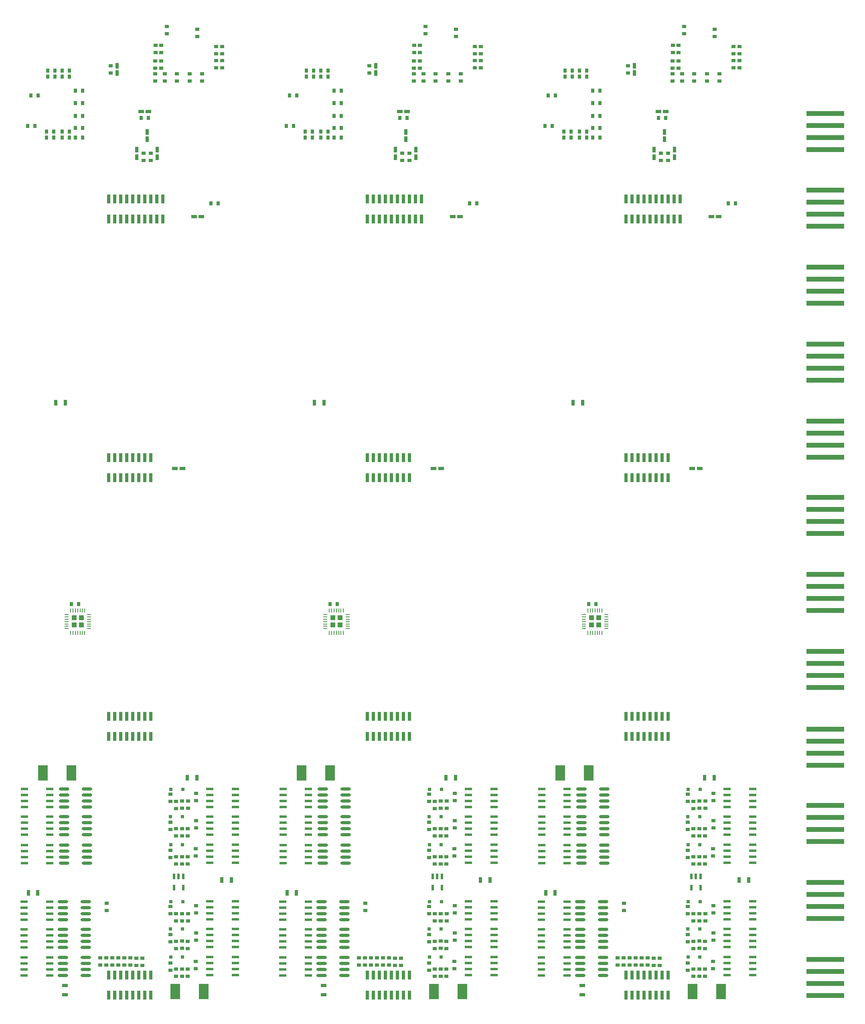
<source format=gbp>
%FSLAX23Y23*%
%MOIN*%
G70*
G01*
G75*
G04 Layer_Color=128*
%ADD10C,0.018*%
%ADD11R,0.031X0.037*%
%ADD12R,0.037X0.031*%
%ADD13C,0.010*%
%ADD14R,0.051X0.031*%
%ADD15O,0.087X0.024*%
%ADD16R,0.029X0.073*%
%ADD17R,0.039X0.039*%
%ADD18R,0.033X0.014*%
%ADD19R,0.033X0.014*%
G04:AMPARAMS|DCode=20|XSize=228mil|YSize=83mil|CornerRadius=21mil|HoleSize=0mil|Usage=FLASHONLY|Rotation=180.000|XOffset=0mil|YOffset=0mil|HoleType=Round|Shape=RoundedRectangle|*
%AMROUNDEDRECTD20*
21,1,0.228,0.041,0,0,180.0*
21,1,0.187,0.083,0,0,180.0*
1,1,0.041,-0.094,0.021*
1,1,0.041,0.094,0.021*
1,1,0.041,0.094,-0.021*
1,1,0.041,-0.094,-0.021*
%
%ADD20ROUNDEDRECTD20*%
%ADD21R,0.079X0.063*%
%ADD22R,0.110X0.055*%
%ADD23R,0.122X0.118*%
%ADD24O,0.014X0.065*%
%ADD25O,0.069X0.012*%
%ADD26O,0.012X0.069*%
%ADD27R,0.031X0.051*%
%ADD28O,0.022X0.071*%
%ADD29O,0.071X0.022*%
%ADD30R,0.039X0.039*%
%ADD31R,0.217X0.079*%
%ADD32C,0.012*%
%ADD33C,0.020*%
%ADD34C,0.025*%
%ADD35C,0.008*%
%ADD36C,0.035*%
%ADD37R,0.026X0.033*%
%ADD38R,0.045X0.024*%
%ADD39R,0.024X0.045*%
%ADD40R,0.026X0.087*%
%ADD41R,0.130X0.087*%
%ADD42R,0.053X0.020*%
%ADD43R,0.014X0.020*%
%ADD44R,0.020X0.014*%
%ADD45R,0.077X0.077*%
%ADD46R,0.287X0.287*%
%ADD47C,0.015*%
%ADD48C,0.006*%
%ADD49R,0.037X0.030*%
%ADD50R,0.035X0.030*%
%ADD51R,0.030X0.035*%
%ADD52R,0.030X0.037*%
%ADD53R,0.035X0.031*%
%ADD54R,0.031X0.035*%
%ADD55R,0.089X0.020*%
%ADD56R,0.098X0.069*%
%ADD57R,0.138X0.069*%
%ADD58O,0.010X0.033*%
%ADD59O,0.033X0.010*%
%ADD60R,0.301X0.301*%
%ADD61O,0.067X0.014*%
%ADD62R,0.047X0.022*%
%ADD63O,0.063X0.014*%
%ADD64C,0.030*%
%ADD65C,0.016*%
%ADD66P,0.426X4X360.0*%
G04:AMPARAMS|DCode=67|XSize=10mil|YSize=33mil|CornerRadius=0mil|HoleSize=0mil|Usage=FLASHONLY|Rotation=315.000|XOffset=0mil|YOffset=0mil|HoleType=Round|Shape=Round|*
%AMOVALD67*
21,1,0.024,0.010,0.000,0.000,45.0*
1,1,0.010,-0.008,-0.008*
1,1,0.010,0.008,0.008*
%
%ADD67OVALD67*%

G04:AMPARAMS|DCode=68|XSize=10mil|YSize=33mil|CornerRadius=0mil|HoleSize=0mil|Usage=FLASHONLY|Rotation=45.000|XOffset=0mil|YOffset=0mil|HoleType=Round|Shape=Round|*
%AMOVALD68*
21,1,0.024,0.010,0.000,0.000,135.0*
1,1,0.010,0.008,-0.008*
1,1,0.010,-0.008,0.008*
%
%ADD68OVALD68*%

G04:AMPARAMS|DCode=69|XSize=37mil|YSize=31mil|CornerRadius=0mil|HoleSize=0mil|Usage=FLASHONLY|Rotation=45.000|XOffset=0mil|YOffset=0mil|HoleType=Round|Shape=Rectangle|*
%AMROTATEDRECTD69*
4,1,4,-0.002,-0.024,-0.024,-0.002,0.002,0.024,0.024,0.002,-0.002,-0.024,0.0*
%
%ADD69ROTATEDRECTD69*%

G04:AMPARAMS|DCode=70|XSize=37mil|YSize=31mil|CornerRadius=0mil|HoleSize=0mil|Usage=FLASHONLY|Rotation=135.000|XOffset=0mil|YOffset=0mil|HoleType=Round|Shape=Rectangle|*
%AMROTATEDRECTD70*
4,1,4,0.024,-0.002,0.002,-0.024,-0.024,0.002,-0.002,0.024,0.024,-0.002,0.0*
%
%ADD70ROTATEDRECTD70*%

%ADD71R,0.059X0.024*%
%ADD72R,0.031X0.031*%
%ADD73R,0.091X0.142*%
%ADD74C,0.018*%
%ADD75C,0.050*%
%ADD76C,0.025*%
%ADD77C,0.035*%
%ADD78C,0.096*%
%ADD79R,0.059X0.059*%
%ADD80C,0.059*%
%ADD81C,0.050*%
%ADD82C,0.045*%
%ADD83R,0.059X0.059*%
%ADD84C,0.060*%
%ADD85R,0.060X0.060*%
%ADD86R,0.060X0.060*%
%ADD87C,0.046*%
%ADD88C,0.040*%
%ADD89C,0.030*%
%ADD90C,0.039*%
%ADD91C,0.032*%
%ADD92R,6.414X0.076*%
%ADD93R,6.401X0.076*%
%ADD94R,6.406X0.061*%
%ADD95R,0.098X7.393*%
%ADD96R,0.315X0.039*%
%ADD97R,0.047X0.026*%
%ADD98C,0.024*%
%ADD99C,0.040*%
%ADD100R,0.201X0.018*%
%ADD101R,0.218X0.083*%
%ADD102R,0.026X0.047*%
%ADD103R,0.126X0.126*%
%ADD104R,0.012X0.037*%
%ADD105R,0.037X0.012*%
%ADD106R,0.022X0.047*%
%ADD107C,0.010*%
%ADD108C,0.008*%
%ADD109C,0.005*%
%ADD110C,0.020*%
%ADD111C,0.004*%
%ADD112C,0.006*%
%ADD113R,0.012X0.012*%
%ADD114R,0.014X0.014*%
%ADD115P,0.019X4X360.0*%
%ADD116R,0.028X0.157*%
%ADD117R,0.067X0.067*%
G04:AMPARAMS|DCode=118|XSize=67mil|YSize=67mil|CornerRadius=0mil|HoleSize=0mil|Usage=FLASHONLY|Rotation=315.000|XOffset=0mil|YOffset=0mil|HoleType=Round|Shape=Rectangle|*
%AMROTATEDRECTD118*
4,1,4,-0.047,-0.000,0.000,0.047,0.047,0.000,-0.000,-0.047,-0.047,-0.000,0.0*
%
%ADD118ROTATEDRECTD118*%

%ADD119P,0.095X4X360.0*%
G04:AMPARAMS|DCode=120|XSize=67mil|YSize=67mil|CornerRadius=0mil|HoleSize=0mil|Usage=FLASHONLY|Rotation=315.000|XOffset=0mil|YOffset=0mil|HoleType=Round|Shape=Rectangle|*
%AMROTATEDRECTD120*
4,1,4,-0.047,0.000,-0.000,0.047,0.047,-0.000,0.000,-0.047,-0.047,0.000,0.0*
%
%ADD120ROTATEDRECTD120*%

%ADD121P,0.095X4X360.0*%
%ADD122R,0.033X0.030*%
%ADD123R,0.030X0.033*%
%ADD124R,0.083X0.014*%
%ADD125R,0.093X0.063*%
%ADD126R,0.132X0.063*%
%ADD127O,0.008X0.032*%
%ADD128O,0.032X0.008*%
%ADD129R,0.046X0.021*%
G04:AMPARAMS|DCode=130|XSize=8mil|YSize=32mil|CornerRadius=0mil|HoleSize=0mil|Usage=FLASHONLY|Rotation=315.000|XOffset=0mil|YOffset=0mil|HoleType=Round|Shape=Round|*
%AMOVALD130*
21,1,0.024,0.008,0.000,0.000,45.0*
1,1,0.008,-0.008,-0.008*
1,1,0.008,0.008,0.008*
%
%ADD130OVALD130*%

G04:AMPARAMS|DCode=131|XSize=8mil|YSize=32mil|CornerRadius=0mil|HoleSize=0mil|Usage=FLASHONLY|Rotation=45.000|XOffset=0mil|YOffset=0mil|HoleType=Round|Shape=Round|*
%AMOVALD131*
21,1,0.024,0.008,0.000,0.000,135.0*
1,1,0.008,0.008,-0.008*
1,1,0.008,-0.008,0.008*
%
%ADD131OVALD131*%

%ADD132R,0.030X0.030*%
%ADD133R,0.079X0.130*%
%ADD134R,0.085X0.145*%
%ADD135R,0.130X0.090*%
%ADD136C,0.026*%
%ADD137O,0.095X0.032*%
%ADD138R,0.037X0.081*%
%ADD139R,0.047X0.047*%
%ADD140R,0.041X0.022*%
%ADD141R,0.041X0.022*%
G04:AMPARAMS|DCode=142|XSize=236mil|YSize=91mil|CornerRadius=23mil|HoleSize=0mil|Usage=FLASHONLY|Rotation=180.000|XOffset=0mil|YOffset=0mil|HoleType=Round|Shape=RoundedRectangle|*
%AMROUNDEDRECTD142*
21,1,0.236,0.045,0,0,180.0*
21,1,0.191,0.091,0,0,180.0*
1,1,0.045,-0.096,0.023*
1,1,0.045,0.096,0.023*
1,1,0.045,0.096,-0.023*
1,1,0.045,-0.096,-0.023*
%
%ADD142ROUNDEDRECTD142*%
%ADD143R,0.083X0.067*%
%ADD144R,0.130X0.126*%
%ADD145O,0.022X0.073*%
%ADD146O,0.077X0.020*%
%ADD147O,0.020X0.077*%
%ADD148O,0.030X0.079*%
%ADD149O,0.079X0.030*%
%ADD150R,0.047X0.047*%
%ADD151R,0.225X0.087*%
%ADD152R,0.034X0.041*%
%ADD153R,0.053X0.032*%
%ADD154R,0.032X0.053*%
%ADD155R,0.034X0.095*%
%ADD156R,0.138X0.095*%
%ADD157R,0.061X0.028*%
%ADD158R,0.022X0.028*%
%ADD159R,0.028X0.022*%
%ADD160R,0.081X0.081*%
%ADD161R,0.295X0.295*%
%ADD162R,0.091X0.022*%
%ADD163O,0.011X0.035*%
%ADD164O,0.035X0.011*%
%ADD165R,0.305X0.305*%
%ADD166O,0.075X0.022*%
%ADD167O,0.071X0.022*%
%ADD168P,0.432X4X360.0*%
G04:AMPARAMS|DCode=169|XSize=11mil|YSize=35mil|CornerRadius=0mil|HoleSize=0mil|Usage=FLASHONLY|Rotation=315.000|XOffset=0mil|YOffset=0mil|HoleType=Round|Shape=Round|*
%AMOVALD169*
21,1,0.024,0.011,0.000,0.000,45.0*
1,1,0.011,-0.008,-0.008*
1,1,0.011,0.008,0.008*
%
%ADD169OVALD169*%

G04:AMPARAMS|DCode=170|XSize=11mil|YSize=35mil|CornerRadius=0mil|HoleSize=0mil|Usage=FLASHONLY|Rotation=45.000|XOffset=0mil|YOffset=0mil|HoleType=Round|Shape=Round|*
%AMOVALD170*
21,1,0.024,0.011,0.000,0.000,135.0*
1,1,0.011,0.008,-0.008*
1,1,0.011,-0.008,0.008*
%
%ADD170OVALD170*%

%ADD171R,0.061X0.026*%
%ADD172R,0.033X0.033*%
%ADD173R,0.093X0.144*%
%ADD174C,0.043*%
%ADD175C,0.104*%
%ADD176R,0.067X0.067*%
%ADD177C,0.067*%
%ADD178R,0.067X0.067*%
%ADD179C,0.067*%
%ADD180R,0.067X0.067*%
%ADD181R,0.067X0.067*%
%ADD182C,0.068*%
%ADD183R,0.068X0.068*%
%ADD184R,0.068X0.068*%
%ADD185C,0.048*%
%ADD186C,0.047*%
%ADD187R,0.319X0.043*%
%ADD188R,0.055X0.034*%
%ADD189R,0.034X0.055*%
%ADD190R,0.134X0.134*%
%ADD191R,0.013X0.038*%
%ADD192R,0.038X0.013*%
%ADD193R,0.030X0.055*%
%ADD194R,0.040X0.041*%
%ADD195R,0.009X0.035*%
%ADD196R,0.035X0.009*%
D11*
X6033Y6643D02*
D03*
X5973D02*
D03*
X5455Y7353D02*
D03*
X5395D02*
D03*
X4738Y7191D02*
D03*
X4798D02*
D03*
X4537Y7541D02*
D03*
X4477D02*
D03*
X4511Y7288D02*
D03*
X4451D02*
D03*
X4907Y7370D02*
D03*
X4847D02*
D03*
X4608Y7240D02*
D03*
X4668D02*
D03*
Y7192D02*
D03*
X4608D02*
D03*
X4907Y7190D02*
D03*
X4847D02*
D03*
X4907Y7270D02*
D03*
X4847D02*
D03*
X4907Y7478D02*
D03*
X4847D02*
D03*
X4907Y7581D02*
D03*
X4847D02*
D03*
X4737Y7698D02*
D03*
X4797D02*
D03*
Y7748D02*
D03*
X4737D02*
D03*
X4619Y7698D02*
D03*
X4679D02*
D03*
Y7748D02*
D03*
X4619D02*
D03*
X4798Y7239D02*
D03*
X4738D02*
D03*
X3883Y6643D02*
D03*
X3823D02*
D03*
X3305Y7353D02*
D03*
X3245D02*
D03*
X2588Y7191D02*
D03*
X2648D02*
D03*
X2387Y7541D02*
D03*
X2327D02*
D03*
X2361Y7288D02*
D03*
X2301D02*
D03*
X2757Y7370D02*
D03*
X2697D02*
D03*
X2458Y7240D02*
D03*
X2518D02*
D03*
Y7192D02*
D03*
X2458D02*
D03*
X2757Y7190D02*
D03*
X2697D02*
D03*
X2757Y7270D02*
D03*
X2697D02*
D03*
X2757Y7478D02*
D03*
X2697D02*
D03*
X2757Y7581D02*
D03*
X2697D02*
D03*
X2587Y7698D02*
D03*
X2647D02*
D03*
Y7748D02*
D03*
X2587D02*
D03*
X2469Y7698D02*
D03*
X2529D02*
D03*
Y7748D02*
D03*
X2469D02*
D03*
X2648Y7239D02*
D03*
X2588D02*
D03*
X1733Y6643D02*
D03*
X1673D02*
D03*
X1155Y7353D02*
D03*
X1095D02*
D03*
X438Y7191D02*
D03*
X498D02*
D03*
X237Y7541D02*
D03*
X177D02*
D03*
X211Y7288D02*
D03*
X151D02*
D03*
X607Y7370D02*
D03*
X547D02*
D03*
X308Y7240D02*
D03*
X368D02*
D03*
Y7192D02*
D03*
X308D02*
D03*
X607Y7190D02*
D03*
X547D02*
D03*
X607Y7270D02*
D03*
X547D02*
D03*
X607Y7478D02*
D03*
X547D02*
D03*
X607Y7581D02*
D03*
X547D02*
D03*
X437Y7698D02*
D03*
X497D02*
D03*
Y7748D02*
D03*
X437D02*
D03*
X319Y7698D02*
D03*
X379D02*
D03*
Y7748D02*
D03*
X319D02*
D03*
X498Y7239D02*
D03*
X438D02*
D03*
D12*
X5416Y7001D02*
D03*
Y7061D02*
D03*
X5475Y7001D02*
D03*
Y7061D02*
D03*
X5141Y7786D02*
D03*
Y7726D02*
D03*
X5862Y8029D02*
D03*
Y8089D02*
D03*
X6019Y7829D02*
D03*
Y7769D02*
D03*
Y7947D02*
D03*
Y7887D02*
D03*
X5609Y8055D02*
D03*
Y8115D02*
D03*
X5561Y7958D02*
D03*
Y7898D02*
D03*
X5512Y7828D02*
D03*
Y7768D02*
D03*
X5902Y7659D02*
D03*
Y7719D02*
D03*
X5591Y7659D02*
D03*
Y7719D02*
D03*
X5511Y7659D02*
D03*
Y7719D02*
D03*
X5691Y7659D02*
D03*
Y7719D02*
D03*
X5799Y7659D02*
D03*
Y7719D02*
D03*
X6069Y7769D02*
D03*
Y7829D02*
D03*
Y7887D02*
D03*
Y7947D02*
D03*
X5513Y7898D02*
D03*
Y7958D02*
D03*
X5560Y7768D02*
D03*
Y7828D02*
D03*
X5108Y828D02*
D03*
Y768D02*
D03*
X5405Y311D02*
D03*
Y371D02*
D03*
X5355Y312D02*
D03*
Y372D02*
D03*
X5305Y313D02*
D03*
Y373D02*
D03*
X5255Y313D02*
D03*
Y373D02*
D03*
X5205Y313D02*
D03*
Y373D02*
D03*
X5155Y313D02*
D03*
Y373D02*
D03*
X5105Y313D02*
D03*
Y373D02*
D03*
X5055Y313D02*
D03*
Y373D02*
D03*
X5686Y221D02*
D03*
Y281D02*
D03*
X5851Y748D02*
D03*
Y808D02*
D03*
X5638Y739D02*
D03*
Y799D02*
D03*
X5783Y682D02*
D03*
Y742D02*
D03*
X5733Y221D02*
D03*
Y281D02*
D03*
X5685Y452D02*
D03*
Y512D02*
D03*
X5685Y1386D02*
D03*
Y1446D02*
D03*
X5686Y681D02*
D03*
Y741D02*
D03*
X5686Y1615D02*
D03*
Y1675D02*
D03*
Y1155D02*
D03*
Y1215D02*
D03*
X5851Y1682D02*
D03*
Y1742D02*
D03*
X5851Y521D02*
D03*
Y581D02*
D03*
X5851Y1455D02*
D03*
Y1515D02*
D03*
X5849Y285D02*
D03*
Y345D02*
D03*
X5849Y1219D02*
D03*
Y1279D02*
D03*
X5638Y1673D02*
D03*
Y1733D02*
D03*
X5637Y508D02*
D03*
Y568D02*
D03*
X5637Y1442D02*
D03*
Y1502D02*
D03*
X5638Y272D02*
D03*
Y332D02*
D03*
X5638Y1206D02*
D03*
Y1266D02*
D03*
X5783Y1616D02*
D03*
Y1676D02*
D03*
X5782Y452D02*
D03*
Y512D02*
D03*
X5782Y1386D02*
D03*
Y1446D02*
D03*
X5781Y221D02*
D03*
Y281D02*
D03*
X5781Y1155D02*
D03*
Y1215D02*
D03*
X5734Y453D02*
D03*
Y513D02*
D03*
X5734Y1387D02*
D03*
Y1447D02*
D03*
X5734Y682D02*
D03*
Y742D02*
D03*
X5734Y1616D02*
D03*
Y1676D02*
D03*
X5733Y1155D02*
D03*
Y1215D02*
D03*
X2958Y828D02*
D03*
Y768D02*
D03*
X3255Y311D02*
D03*
Y371D02*
D03*
X3205Y312D02*
D03*
Y372D02*
D03*
X3155Y313D02*
D03*
Y373D02*
D03*
X3105Y313D02*
D03*
Y373D02*
D03*
X3055Y313D02*
D03*
Y373D02*
D03*
X3005Y313D02*
D03*
Y373D02*
D03*
X2955Y313D02*
D03*
Y373D02*
D03*
X2905Y313D02*
D03*
Y373D02*
D03*
X3536Y221D02*
D03*
Y281D02*
D03*
X3701Y748D02*
D03*
Y808D02*
D03*
X3488Y739D02*
D03*
Y799D02*
D03*
X3633Y682D02*
D03*
Y742D02*
D03*
X3583Y221D02*
D03*
Y281D02*
D03*
X3535Y452D02*
D03*
Y512D02*
D03*
X3535Y1386D02*
D03*
Y1446D02*
D03*
X3536Y681D02*
D03*
Y741D02*
D03*
X3536Y1615D02*
D03*
Y1675D02*
D03*
Y1155D02*
D03*
Y1215D02*
D03*
X3701Y1682D02*
D03*
Y1742D02*
D03*
X3701Y521D02*
D03*
Y581D02*
D03*
X3701Y1455D02*
D03*
Y1515D02*
D03*
X3699Y285D02*
D03*
Y345D02*
D03*
X3699Y1219D02*
D03*
Y1279D02*
D03*
X3488Y1673D02*
D03*
Y1733D02*
D03*
X3487Y508D02*
D03*
Y568D02*
D03*
X3487Y1442D02*
D03*
Y1502D02*
D03*
X3488Y272D02*
D03*
Y332D02*
D03*
X3488Y1206D02*
D03*
Y1266D02*
D03*
X3633Y1616D02*
D03*
Y1676D02*
D03*
X3632Y452D02*
D03*
Y512D02*
D03*
X3632Y1386D02*
D03*
Y1446D02*
D03*
X3631Y221D02*
D03*
Y281D02*
D03*
X3631Y1155D02*
D03*
Y1215D02*
D03*
X3584Y453D02*
D03*
Y513D02*
D03*
X3584Y1387D02*
D03*
Y1447D02*
D03*
X3584Y682D02*
D03*
Y742D02*
D03*
X3584Y1616D02*
D03*
Y1676D02*
D03*
X3583Y1155D02*
D03*
Y1215D02*
D03*
X3266Y7001D02*
D03*
Y7061D02*
D03*
X3325Y7001D02*
D03*
Y7061D02*
D03*
X2991Y7786D02*
D03*
Y7726D02*
D03*
X3712Y8029D02*
D03*
Y8089D02*
D03*
X3869Y7829D02*
D03*
Y7769D02*
D03*
Y7947D02*
D03*
Y7887D02*
D03*
X3459Y8055D02*
D03*
Y8115D02*
D03*
X3411Y7958D02*
D03*
Y7898D02*
D03*
X3362Y7828D02*
D03*
Y7768D02*
D03*
X3752Y7659D02*
D03*
Y7719D02*
D03*
X3441Y7659D02*
D03*
Y7719D02*
D03*
X3361Y7659D02*
D03*
Y7719D02*
D03*
X3541Y7659D02*
D03*
Y7719D02*
D03*
X3649Y7659D02*
D03*
Y7719D02*
D03*
X3919Y7769D02*
D03*
Y7829D02*
D03*
Y7887D02*
D03*
Y7947D02*
D03*
X3363Y7898D02*
D03*
Y7958D02*
D03*
X3410Y7768D02*
D03*
Y7828D02*
D03*
X1116Y7001D02*
D03*
Y7061D02*
D03*
X1175Y7001D02*
D03*
Y7061D02*
D03*
X841Y7786D02*
D03*
Y7726D02*
D03*
X1562Y8029D02*
D03*
Y8089D02*
D03*
X1719Y7829D02*
D03*
Y7769D02*
D03*
Y7947D02*
D03*
Y7887D02*
D03*
X1309Y8055D02*
D03*
Y8115D02*
D03*
X1261Y7958D02*
D03*
Y7898D02*
D03*
X1212Y7828D02*
D03*
Y7768D02*
D03*
X1602Y7659D02*
D03*
Y7719D02*
D03*
X1291Y7659D02*
D03*
Y7719D02*
D03*
X1211Y7659D02*
D03*
Y7719D02*
D03*
X1391Y7659D02*
D03*
Y7719D02*
D03*
X1499Y7659D02*
D03*
Y7719D02*
D03*
X1769Y7769D02*
D03*
Y7829D02*
D03*
Y7887D02*
D03*
Y7947D02*
D03*
X1213Y7898D02*
D03*
Y7958D02*
D03*
X1260Y7768D02*
D03*
Y7828D02*
D03*
X808Y828D02*
D03*
Y768D02*
D03*
X1105Y311D02*
D03*
Y371D02*
D03*
X1055Y312D02*
D03*
Y372D02*
D03*
X1005Y313D02*
D03*
Y373D02*
D03*
X955Y313D02*
D03*
Y373D02*
D03*
X905Y313D02*
D03*
Y373D02*
D03*
X855Y313D02*
D03*
Y373D02*
D03*
X805Y313D02*
D03*
Y373D02*
D03*
X755Y313D02*
D03*
Y373D02*
D03*
X1386Y221D02*
D03*
Y281D02*
D03*
X1551Y748D02*
D03*
Y808D02*
D03*
X1338Y739D02*
D03*
Y799D02*
D03*
X1483Y682D02*
D03*
Y742D02*
D03*
X1433Y221D02*
D03*
Y281D02*
D03*
X1385Y452D02*
D03*
Y512D02*
D03*
X1385Y1386D02*
D03*
Y1446D02*
D03*
X1386Y681D02*
D03*
Y741D02*
D03*
X1386Y1615D02*
D03*
Y1675D02*
D03*
Y1155D02*
D03*
Y1215D02*
D03*
X1551Y1682D02*
D03*
Y1742D02*
D03*
X1551Y521D02*
D03*
Y581D02*
D03*
X1551Y1455D02*
D03*
Y1515D02*
D03*
X1549Y285D02*
D03*
Y345D02*
D03*
X1549Y1219D02*
D03*
Y1279D02*
D03*
X1338Y1673D02*
D03*
Y1733D02*
D03*
X1337Y508D02*
D03*
Y568D02*
D03*
X1337Y1442D02*
D03*
Y1502D02*
D03*
X1338Y272D02*
D03*
Y332D02*
D03*
X1338Y1206D02*
D03*
Y1266D02*
D03*
X1483Y1616D02*
D03*
Y1676D02*
D03*
X1482Y452D02*
D03*
Y512D02*
D03*
X1482Y1386D02*
D03*
Y1446D02*
D03*
X1481Y221D02*
D03*
Y281D02*
D03*
X1481Y1155D02*
D03*
Y1215D02*
D03*
X1434Y453D02*
D03*
Y513D02*
D03*
X1434Y1387D02*
D03*
Y1447D02*
D03*
X1434Y682D02*
D03*
Y742D02*
D03*
X1434Y1616D02*
D03*
Y1676D02*
D03*
X1433Y1155D02*
D03*
Y1215D02*
D03*
D14*
X4761Y145D02*
D03*
Y67D02*
D03*
X2611Y145D02*
D03*
Y67D02*
D03*
X461Y145D02*
D03*
Y67D02*
D03*
D15*
X4934Y841D02*
D03*
Y791D02*
D03*
Y741D02*
D03*
Y691D02*
D03*
X4746Y841D02*
D03*
Y791D02*
D03*
Y741D02*
D03*
Y691D02*
D03*
X4943Y1777D02*
D03*
Y1727D02*
D03*
Y1677D02*
D03*
Y1627D02*
D03*
X4755Y1777D02*
D03*
Y1727D02*
D03*
Y1677D02*
D03*
Y1627D02*
D03*
X4934Y611D02*
D03*
Y561D02*
D03*
Y511D02*
D03*
Y461D02*
D03*
X4746Y611D02*
D03*
Y561D02*
D03*
Y511D02*
D03*
Y461D02*
D03*
X4943Y1547D02*
D03*
Y1497D02*
D03*
Y1447D02*
D03*
Y1397D02*
D03*
X4755Y1547D02*
D03*
Y1497D02*
D03*
Y1447D02*
D03*
Y1397D02*
D03*
X4934Y376D02*
D03*
Y326D02*
D03*
Y276D02*
D03*
Y226D02*
D03*
X4746Y376D02*
D03*
Y326D02*
D03*
Y276D02*
D03*
Y226D02*
D03*
X4943Y1312D02*
D03*
Y1262D02*
D03*
Y1212D02*
D03*
Y1162D02*
D03*
X4755Y1312D02*
D03*
Y1262D02*
D03*
Y1212D02*
D03*
Y1162D02*
D03*
X2784Y841D02*
D03*
Y791D02*
D03*
Y741D02*
D03*
Y691D02*
D03*
X2596Y841D02*
D03*
Y791D02*
D03*
Y741D02*
D03*
Y691D02*
D03*
X2793Y1777D02*
D03*
Y1727D02*
D03*
Y1677D02*
D03*
Y1627D02*
D03*
X2605Y1777D02*
D03*
Y1727D02*
D03*
Y1677D02*
D03*
Y1627D02*
D03*
X2784Y611D02*
D03*
Y561D02*
D03*
Y511D02*
D03*
Y461D02*
D03*
X2596Y611D02*
D03*
Y561D02*
D03*
Y511D02*
D03*
Y461D02*
D03*
X2793Y1547D02*
D03*
Y1497D02*
D03*
Y1447D02*
D03*
Y1397D02*
D03*
X2605Y1547D02*
D03*
Y1497D02*
D03*
Y1447D02*
D03*
Y1397D02*
D03*
X2784Y376D02*
D03*
Y326D02*
D03*
Y276D02*
D03*
Y226D02*
D03*
X2596Y376D02*
D03*
Y326D02*
D03*
Y276D02*
D03*
Y226D02*
D03*
X2793Y1312D02*
D03*
Y1262D02*
D03*
Y1212D02*
D03*
Y1162D02*
D03*
X2605Y1312D02*
D03*
Y1262D02*
D03*
Y1212D02*
D03*
Y1162D02*
D03*
X634Y841D02*
D03*
Y791D02*
D03*
Y741D02*
D03*
Y691D02*
D03*
X446Y841D02*
D03*
Y791D02*
D03*
Y741D02*
D03*
Y691D02*
D03*
X643Y1777D02*
D03*
Y1727D02*
D03*
Y1677D02*
D03*
Y1627D02*
D03*
X455Y1777D02*
D03*
Y1727D02*
D03*
Y1677D02*
D03*
Y1627D02*
D03*
X634Y611D02*
D03*
Y561D02*
D03*
Y511D02*
D03*
Y461D02*
D03*
X446Y611D02*
D03*
Y561D02*
D03*
Y511D02*
D03*
Y461D02*
D03*
X643Y1547D02*
D03*
Y1497D02*
D03*
Y1447D02*
D03*
Y1397D02*
D03*
X455Y1547D02*
D03*
Y1497D02*
D03*
Y1447D02*
D03*
Y1397D02*
D03*
X634Y376D02*
D03*
Y326D02*
D03*
Y276D02*
D03*
Y226D02*
D03*
X446Y376D02*
D03*
Y326D02*
D03*
Y276D02*
D03*
Y226D02*
D03*
X643Y1312D02*
D03*
Y1262D02*
D03*
Y1212D02*
D03*
Y1162D02*
D03*
X455Y1312D02*
D03*
Y1262D02*
D03*
Y1212D02*
D03*
Y1162D02*
D03*
D16*
X5125Y4531D02*
D03*
X5175D02*
D03*
X5225D02*
D03*
X5275D02*
D03*
X5325D02*
D03*
X5375D02*
D03*
X5425D02*
D03*
X5475D02*
D03*
Y4363D02*
D03*
X5425D02*
D03*
X5375D02*
D03*
X5325D02*
D03*
X5275D02*
D03*
X5225D02*
D03*
X5175D02*
D03*
X5125D02*
D03*
X5575Y6681D02*
D03*
X5525D02*
D03*
X5475D02*
D03*
X5425D02*
D03*
X5375D02*
D03*
X5325D02*
D03*
X5275D02*
D03*
X5225D02*
D03*
X5175D02*
D03*
X5575Y6513D02*
D03*
X5525D02*
D03*
X5475D02*
D03*
X5425D02*
D03*
X5375D02*
D03*
X5325D02*
D03*
X5275D02*
D03*
X5225D02*
D03*
X5175D02*
D03*
X5125D02*
D03*
Y6681D02*
D03*
Y2213D02*
D03*
X5175D02*
D03*
X5225D02*
D03*
X5275D02*
D03*
X5325D02*
D03*
X5375D02*
D03*
X5425D02*
D03*
X5475D02*
D03*
Y2381D02*
D03*
X5425D02*
D03*
X5375D02*
D03*
X5325D02*
D03*
X5275D02*
D03*
X5225D02*
D03*
X5175D02*
D03*
X5125D02*
D03*
Y231D02*
D03*
X5175D02*
D03*
X5225D02*
D03*
X5275D02*
D03*
X5325D02*
D03*
X5375D02*
D03*
X5425D02*
D03*
X5475D02*
D03*
Y63D02*
D03*
X5425D02*
D03*
X5375D02*
D03*
X5325D02*
D03*
X5275D02*
D03*
X5225D02*
D03*
X5175D02*
D03*
X5125D02*
D03*
X2975Y231D02*
D03*
X3025D02*
D03*
X3075D02*
D03*
X3125D02*
D03*
X3175D02*
D03*
X3225D02*
D03*
X3275D02*
D03*
X3325D02*
D03*
Y63D02*
D03*
X3275D02*
D03*
X3225D02*
D03*
X3175D02*
D03*
X3125D02*
D03*
X3075D02*
D03*
X3025D02*
D03*
X2975D02*
D03*
Y2213D02*
D03*
X3025D02*
D03*
X3075D02*
D03*
X3125D02*
D03*
X3175D02*
D03*
X3225D02*
D03*
X3275D02*
D03*
X3325D02*
D03*
Y2381D02*
D03*
X3275D02*
D03*
X3225D02*
D03*
X3175D02*
D03*
X3125D02*
D03*
X3075D02*
D03*
X3025D02*
D03*
X2975D02*
D03*
X3425Y6681D02*
D03*
X3375D02*
D03*
X3325D02*
D03*
X3275D02*
D03*
X3225D02*
D03*
X3175D02*
D03*
X3125D02*
D03*
X3075D02*
D03*
X3025D02*
D03*
X3425Y6513D02*
D03*
X3375D02*
D03*
X3325D02*
D03*
X3275D02*
D03*
X3225D02*
D03*
X3175D02*
D03*
X3125D02*
D03*
X3075D02*
D03*
X3025D02*
D03*
X2975D02*
D03*
Y6681D02*
D03*
Y4531D02*
D03*
X3025D02*
D03*
X3075D02*
D03*
X3125D02*
D03*
X3175D02*
D03*
X3225D02*
D03*
X3275D02*
D03*
X3325D02*
D03*
Y4363D02*
D03*
X3275D02*
D03*
X3225D02*
D03*
X3175D02*
D03*
X3125D02*
D03*
X3075D02*
D03*
X3025D02*
D03*
X2975D02*
D03*
X825Y4531D02*
D03*
X875D02*
D03*
X925D02*
D03*
X975D02*
D03*
X1025D02*
D03*
X1075D02*
D03*
X1125D02*
D03*
X1175D02*
D03*
Y4363D02*
D03*
X1125D02*
D03*
X1075D02*
D03*
X1025D02*
D03*
X975D02*
D03*
X925D02*
D03*
X875D02*
D03*
X825D02*
D03*
X1275Y6681D02*
D03*
X1225D02*
D03*
X1175D02*
D03*
X1125D02*
D03*
X1075D02*
D03*
X1025D02*
D03*
X975D02*
D03*
X925D02*
D03*
X875D02*
D03*
X1275Y6513D02*
D03*
X1225D02*
D03*
X1175D02*
D03*
X1125D02*
D03*
X1075D02*
D03*
X1025D02*
D03*
X975D02*
D03*
X925D02*
D03*
X875D02*
D03*
X825D02*
D03*
Y6681D02*
D03*
Y2213D02*
D03*
X875D02*
D03*
X925D02*
D03*
X975D02*
D03*
X1025D02*
D03*
X1075D02*
D03*
X1125D02*
D03*
X1175D02*
D03*
Y2381D02*
D03*
X1125D02*
D03*
X1075D02*
D03*
X1025D02*
D03*
X975D02*
D03*
X925D02*
D03*
X875D02*
D03*
X825D02*
D03*
Y231D02*
D03*
X875D02*
D03*
X925D02*
D03*
X975D02*
D03*
X1025D02*
D03*
X1075D02*
D03*
X1125D02*
D03*
X1175D02*
D03*
Y63D02*
D03*
X1125D02*
D03*
X1075D02*
D03*
X1025D02*
D03*
X975D02*
D03*
X925D02*
D03*
X875D02*
D03*
X825D02*
D03*
D27*
X4686Y4987D02*
D03*
X4764D02*
D03*
X6066Y1020D02*
D03*
X6144D02*
D03*
X4457Y913D02*
D03*
X4535D02*
D03*
X5857Y1871D02*
D03*
X5779D02*
D03*
X3916Y1020D02*
D03*
X3994D02*
D03*
X2307Y913D02*
D03*
X2385D02*
D03*
X3707Y1871D02*
D03*
X3629D02*
D03*
X2536Y4987D02*
D03*
X2614D02*
D03*
X386D02*
D03*
X464D02*
D03*
X1766Y1020D02*
D03*
X1844D02*
D03*
X157Y913D02*
D03*
X235D02*
D03*
X1557Y1871D02*
D03*
X1479D02*
D03*
D52*
X4815Y3315D02*
D03*
X4875D02*
D03*
X2665D02*
D03*
X2725D02*
D03*
X515D02*
D03*
X575D02*
D03*
D71*
X5965Y694D02*
D03*
Y744D02*
D03*
Y794D02*
D03*
Y844D02*
D03*
X6177Y694D02*
D03*
Y744D02*
D03*
Y794D02*
D03*
Y844D02*
D03*
X5965Y464D02*
D03*
Y514D02*
D03*
Y564D02*
D03*
Y614D02*
D03*
X6177Y464D02*
D03*
Y514D02*
D03*
Y564D02*
D03*
Y614D02*
D03*
X5965Y229D02*
D03*
Y279D02*
D03*
Y329D02*
D03*
Y379D02*
D03*
X6177Y229D02*
D03*
Y279D02*
D03*
Y329D02*
D03*
Y379D02*
D03*
X5965Y1628D02*
D03*
Y1678D02*
D03*
Y1728D02*
D03*
Y1778D02*
D03*
X6177Y1628D02*
D03*
Y1678D02*
D03*
Y1728D02*
D03*
Y1778D02*
D03*
X5965Y1398D02*
D03*
Y1448D02*
D03*
Y1498D02*
D03*
Y1548D02*
D03*
X6177Y1398D02*
D03*
Y1448D02*
D03*
Y1498D02*
D03*
Y1548D02*
D03*
X5965Y1163D02*
D03*
Y1213D02*
D03*
Y1263D02*
D03*
Y1313D02*
D03*
X6177Y1163D02*
D03*
Y1213D02*
D03*
Y1263D02*
D03*
Y1313D02*
D03*
X4422Y691D02*
D03*
Y741D02*
D03*
Y791D02*
D03*
Y841D02*
D03*
X4634Y691D02*
D03*
Y741D02*
D03*
Y791D02*
D03*
Y841D02*
D03*
X4423Y1627D02*
D03*
Y1677D02*
D03*
Y1727D02*
D03*
Y1777D02*
D03*
X4635Y1627D02*
D03*
Y1677D02*
D03*
Y1727D02*
D03*
Y1777D02*
D03*
X4422Y461D02*
D03*
Y511D02*
D03*
Y561D02*
D03*
Y611D02*
D03*
X4634Y461D02*
D03*
Y511D02*
D03*
Y561D02*
D03*
Y611D02*
D03*
X4423Y1397D02*
D03*
Y1447D02*
D03*
Y1497D02*
D03*
Y1547D02*
D03*
X4635Y1397D02*
D03*
Y1447D02*
D03*
Y1497D02*
D03*
Y1547D02*
D03*
X4422Y226D02*
D03*
Y276D02*
D03*
Y326D02*
D03*
Y376D02*
D03*
X4634Y226D02*
D03*
Y276D02*
D03*
Y326D02*
D03*
Y376D02*
D03*
X4423Y1162D02*
D03*
Y1212D02*
D03*
Y1262D02*
D03*
Y1312D02*
D03*
X4635Y1162D02*
D03*
Y1212D02*
D03*
Y1262D02*
D03*
Y1312D02*
D03*
X3815Y694D02*
D03*
Y744D02*
D03*
Y794D02*
D03*
Y844D02*
D03*
X4027Y694D02*
D03*
Y744D02*
D03*
Y794D02*
D03*
Y844D02*
D03*
X3815Y464D02*
D03*
Y514D02*
D03*
Y564D02*
D03*
Y614D02*
D03*
X4027Y464D02*
D03*
Y514D02*
D03*
Y564D02*
D03*
Y614D02*
D03*
X3815Y229D02*
D03*
Y279D02*
D03*
Y329D02*
D03*
Y379D02*
D03*
X4027Y229D02*
D03*
Y279D02*
D03*
Y329D02*
D03*
Y379D02*
D03*
X3815Y1628D02*
D03*
Y1678D02*
D03*
Y1728D02*
D03*
Y1778D02*
D03*
X4027Y1628D02*
D03*
Y1678D02*
D03*
Y1728D02*
D03*
Y1778D02*
D03*
X3815Y1398D02*
D03*
Y1448D02*
D03*
Y1498D02*
D03*
Y1548D02*
D03*
X4027Y1398D02*
D03*
Y1448D02*
D03*
Y1498D02*
D03*
Y1548D02*
D03*
X3815Y1163D02*
D03*
Y1213D02*
D03*
Y1263D02*
D03*
Y1313D02*
D03*
X4027Y1163D02*
D03*
Y1213D02*
D03*
Y1263D02*
D03*
Y1313D02*
D03*
X2272Y691D02*
D03*
Y741D02*
D03*
Y791D02*
D03*
Y841D02*
D03*
X2484Y691D02*
D03*
Y741D02*
D03*
Y791D02*
D03*
Y841D02*
D03*
X2273Y1627D02*
D03*
Y1677D02*
D03*
Y1727D02*
D03*
Y1777D02*
D03*
X2485Y1627D02*
D03*
Y1677D02*
D03*
Y1727D02*
D03*
Y1777D02*
D03*
X2272Y461D02*
D03*
Y511D02*
D03*
Y561D02*
D03*
Y611D02*
D03*
X2484Y461D02*
D03*
Y511D02*
D03*
Y561D02*
D03*
Y611D02*
D03*
X2273Y1397D02*
D03*
Y1447D02*
D03*
Y1497D02*
D03*
Y1547D02*
D03*
X2485Y1397D02*
D03*
Y1447D02*
D03*
Y1497D02*
D03*
Y1547D02*
D03*
X2272Y226D02*
D03*
Y276D02*
D03*
Y326D02*
D03*
Y376D02*
D03*
X2484Y226D02*
D03*
Y276D02*
D03*
Y326D02*
D03*
Y376D02*
D03*
X2273Y1162D02*
D03*
Y1212D02*
D03*
Y1262D02*
D03*
Y1312D02*
D03*
X2485Y1162D02*
D03*
Y1212D02*
D03*
Y1262D02*
D03*
Y1312D02*
D03*
X1665Y694D02*
D03*
Y744D02*
D03*
Y794D02*
D03*
Y844D02*
D03*
X1877Y694D02*
D03*
Y744D02*
D03*
Y794D02*
D03*
Y844D02*
D03*
X1665Y464D02*
D03*
Y514D02*
D03*
Y564D02*
D03*
Y614D02*
D03*
X1877Y464D02*
D03*
Y514D02*
D03*
Y564D02*
D03*
Y614D02*
D03*
X1665Y229D02*
D03*
Y279D02*
D03*
Y329D02*
D03*
Y379D02*
D03*
X1877Y229D02*
D03*
Y279D02*
D03*
Y329D02*
D03*
Y379D02*
D03*
X1665Y1628D02*
D03*
Y1678D02*
D03*
Y1728D02*
D03*
Y1778D02*
D03*
X1877Y1628D02*
D03*
Y1678D02*
D03*
Y1728D02*
D03*
Y1778D02*
D03*
X1665Y1398D02*
D03*
Y1448D02*
D03*
Y1498D02*
D03*
Y1548D02*
D03*
X1877Y1398D02*
D03*
Y1448D02*
D03*
Y1498D02*
D03*
Y1548D02*
D03*
X1665Y1163D02*
D03*
Y1213D02*
D03*
Y1263D02*
D03*
Y1313D02*
D03*
X1877Y1163D02*
D03*
Y1213D02*
D03*
Y1263D02*
D03*
Y1313D02*
D03*
X122Y691D02*
D03*
Y741D02*
D03*
Y791D02*
D03*
Y841D02*
D03*
X334Y691D02*
D03*
Y741D02*
D03*
Y791D02*
D03*
Y841D02*
D03*
X123Y1627D02*
D03*
Y1677D02*
D03*
Y1727D02*
D03*
Y1777D02*
D03*
X335Y1627D02*
D03*
Y1677D02*
D03*
Y1727D02*
D03*
Y1777D02*
D03*
X122Y461D02*
D03*
Y511D02*
D03*
Y561D02*
D03*
Y611D02*
D03*
X334Y461D02*
D03*
Y511D02*
D03*
Y561D02*
D03*
Y611D02*
D03*
X123Y1397D02*
D03*
Y1447D02*
D03*
Y1497D02*
D03*
Y1547D02*
D03*
X335Y1397D02*
D03*
Y1447D02*
D03*
Y1497D02*
D03*
Y1547D02*
D03*
X122Y226D02*
D03*
Y276D02*
D03*
Y326D02*
D03*
Y376D02*
D03*
X334Y226D02*
D03*
Y276D02*
D03*
Y326D02*
D03*
Y376D02*
D03*
X123Y1162D02*
D03*
Y1212D02*
D03*
Y1262D02*
D03*
Y1312D02*
D03*
X335Y1162D02*
D03*
Y1212D02*
D03*
Y1262D02*
D03*
Y1312D02*
D03*
D96*
X6782Y5475D02*
D03*
Y5375D02*
D03*
Y5275D02*
D03*
Y5175D02*
D03*
Y6115D02*
D03*
Y6015D02*
D03*
Y5915D02*
D03*
Y5815D02*
D03*
Y6755D02*
D03*
Y6655D02*
D03*
Y6555D02*
D03*
Y6455D02*
D03*
Y7390D02*
D03*
Y7290D02*
D03*
Y7190D02*
D03*
Y7090D02*
D03*
Y2920D02*
D03*
Y2820D02*
D03*
Y2720D02*
D03*
Y2620D02*
D03*
Y3560D02*
D03*
Y3460D02*
D03*
Y3360D02*
D03*
Y3260D02*
D03*
Y4200D02*
D03*
Y4100D02*
D03*
Y4000D02*
D03*
Y3900D02*
D03*
Y4835D02*
D03*
Y4735D02*
D03*
Y4635D02*
D03*
Y4535D02*
D03*
Y2275D02*
D03*
Y2175D02*
D03*
Y2075D02*
D03*
Y1975D02*
D03*
Y1640D02*
D03*
Y1540D02*
D03*
Y1440D02*
D03*
Y1340D02*
D03*
Y1000D02*
D03*
Y900D02*
D03*
Y800D02*
D03*
Y700D02*
D03*
Y360D02*
D03*
Y260D02*
D03*
Y160D02*
D03*
Y60D02*
D03*
D97*
X5675Y4442D02*
D03*
X5737D02*
D03*
X5455Y7408D02*
D03*
X5393D02*
D03*
X5895Y6535D02*
D03*
X5833D02*
D03*
X3305Y7408D02*
D03*
X3243D02*
D03*
X3745Y6535D02*
D03*
X3683D02*
D03*
X3525Y4442D02*
D03*
X3587D02*
D03*
X1375D02*
D03*
X1437D02*
D03*
X1155Y7408D02*
D03*
X1093D02*
D03*
X1595Y6535D02*
D03*
X1533D02*
D03*
D102*
X5359Y7028D02*
D03*
Y7090D02*
D03*
X5529Y7028D02*
D03*
Y7090D02*
D03*
X5445Y7238D02*
D03*
Y7176D02*
D03*
X5193Y7787D02*
D03*
Y7726D02*
D03*
X3209Y7028D02*
D03*
Y7090D02*
D03*
X3379Y7028D02*
D03*
Y7090D02*
D03*
X3295Y7238D02*
D03*
Y7176D02*
D03*
X3043Y7787D02*
D03*
Y7726D02*
D03*
X1059Y7028D02*
D03*
Y7090D02*
D03*
X1229Y7028D02*
D03*
Y7090D02*
D03*
X1145Y7238D02*
D03*
Y7176D02*
D03*
X893Y7787D02*
D03*
Y7726D02*
D03*
D106*
X5669Y956D02*
D03*
X5743D02*
D03*
Y1050D02*
D03*
X5706D02*
D03*
X5669D02*
D03*
X3519Y956D02*
D03*
X3593D02*
D03*
Y1050D02*
D03*
X3556D02*
D03*
X3519D02*
D03*
X1369Y956D02*
D03*
X1443D02*
D03*
Y1050D02*
D03*
X1406D02*
D03*
X1369D02*
D03*
D132*
X5740Y839D02*
D03*
X5642D02*
D03*
X5740Y1773D02*
D03*
X5642D02*
D03*
X5737Y614D02*
D03*
X5639D02*
D03*
X5737Y1548D02*
D03*
X5639D02*
D03*
X5738Y380D02*
D03*
X5640D02*
D03*
X5738Y1314D02*
D03*
X5640D02*
D03*
X3590Y839D02*
D03*
X3492D02*
D03*
X3590Y1773D02*
D03*
X3492D02*
D03*
X3587Y614D02*
D03*
X3489D02*
D03*
X3587Y1548D02*
D03*
X3489D02*
D03*
X3588Y380D02*
D03*
X3490D02*
D03*
X3588Y1314D02*
D03*
X3490D02*
D03*
X1440Y839D02*
D03*
X1342D02*
D03*
X1440Y1773D02*
D03*
X1342D02*
D03*
X1437Y614D02*
D03*
X1339D02*
D03*
X1437Y1548D02*
D03*
X1339D02*
D03*
X1438Y380D02*
D03*
X1340D02*
D03*
X1438Y1314D02*
D03*
X1340D02*
D03*
D133*
X4577Y1909D02*
D03*
X4813D02*
D03*
X5679Y93D02*
D03*
X5915D02*
D03*
X2427Y1909D02*
D03*
X2663D02*
D03*
X3529Y93D02*
D03*
X3765D02*
D03*
X277Y1909D02*
D03*
X513D02*
D03*
X1379Y93D02*
D03*
X1615D02*
D03*
D194*
X4837Y3199D02*
D03*
X4897D02*
D03*
Y3139D02*
D03*
X4837D02*
D03*
X2687Y3199D02*
D03*
X2747D02*
D03*
Y3139D02*
D03*
X2687D02*
D03*
X537Y3199D02*
D03*
X597D02*
D03*
Y3139D02*
D03*
X537D02*
D03*
D195*
X4808Y3074D02*
D03*
X4828D02*
D03*
X4847D02*
D03*
X4867D02*
D03*
X4887D02*
D03*
X4906D02*
D03*
X4926D02*
D03*
Y3262D02*
D03*
X4906D02*
D03*
X4887D02*
D03*
X4867D02*
D03*
X4847D02*
D03*
X4828D02*
D03*
X4808D02*
D03*
X2658Y3074D02*
D03*
X2678D02*
D03*
X2697D02*
D03*
X2717D02*
D03*
X2737D02*
D03*
X2756D02*
D03*
X2776D02*
D03*
Y3262D02*
D03*
X2756D02*
D03*
X2737D02*
D03*
X2717D02*
D03*
X2697D02*
D03*
X2678D02*
D03*
X2658D02*
D03*
X508Y3074D02*
D03*
X528D02*
D03*
X547D02*
D03*
X567D02*
D03*
X587D02*
D03*
X606D02*
D03*
X626D02*
D03*
Y3262D02*
D03*
X606D02*
D03*
X587D02*
D03*
X567D02*
D03*
X547D02*
D03*
X528D02*
D03*
X508D02*
D03*
D196*
X4961Y3109D02*
D03*
Y3129D02*
D03*
Y3148D02*
D03*
Y3168D02*
D03*
Y3188D02*
D03*
Y3207D02*
D03*
Y3227D02*
D03*
X4773D02*
D03*
Y3207D02*
D03*
Y3188D02*
D03*
Y3168D02*
D03*
Y3148D02*
D03*
Y3129D02*
D03*
Y3109D02*
D03*
X2811D02*
D03*
Y3129D02*
D03*
Y3148D02*
D03*
Y3168D02*
D03*
Y3188D02*
D03*
Y3207D02*
D03*
Y3227D02*
D03*
X2623D02*
D03*
Y3207D02*
D03*
Y3188D02*
D03*
Y3168D02*
D03*
Y3148D02*
D03*
Y3129D02*
D03*
Y3109D02*
D03*
X661D02*
D03*
Y3129D02*
D03*
Y3148D02*
D03*
Y3168D02*
D03*
Y3188D02*
D03*
Y3207D02*
D03*
Y3227D02*
D03*
X473D02*
D03*
Y3207D02*
D03*
Y3188D02*
D03*
Y3168D02*
D03*
Y3148D02*
D03*
Y3129D02*
D03*
Y3109D02*
D03*
M02*

</source>
